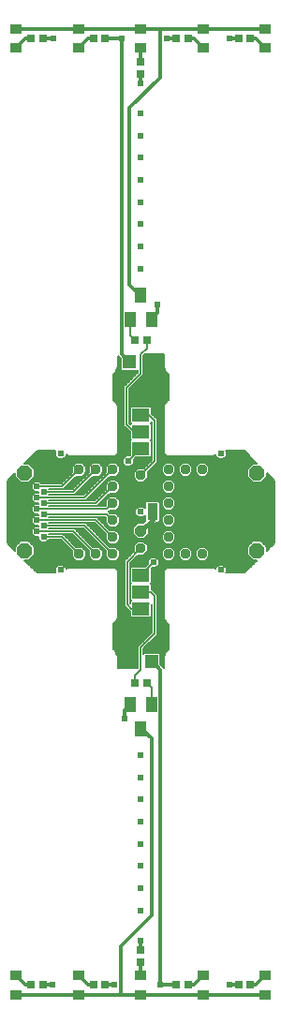
<source format=gtl>
G75*
%MOIN*%
%OFA0B0*%
%FSLAX24Y24*%
%IPPOS*%
%LPD*%
%AMOC8*
5,1,8,0,0,1.08239X$1,22.5*
%
%ADD10R,0.0270X0.0300*%
%ADD11R,0.0420X0.0350*%
%ADD12R,0.0394X0.0551*%
%ADD13R,0.0630X0.0591*%
%ADD14R,0.0472X0.0472*%
%ADD15R,0.0630X0.0460*%
%ADD16OC8,0.0337*%
%ADD17OC8,0.0531*%
%ADD18OC8,0.0416*%
%ADD19R,0.0380X0.0600*%
%ADD20R,0.0300X0.0270*%
%ADD21C,0.0240*%
%ADD22C,0.0120*%
%ADD23C,0.0160*%
%ADD24C,0.0050*%
%ADD25C,0.0100*%
D10*
X001342Y001208D03*
X001762Y001208D03*
X003557Y001208D03*
X003977Y001208D03*
X006509Y001208D03*
X006929Y001208D03*
X008724Y001208D03*
X009144Y001208D03*
X005453Y011936D03*
X005033Y011936D03*
X005033Y024141D03*
X005453Y024141D03*
X006509Y034869D03*
X006929Y034869D03*
X008724Y034869D03*
X009144Y034869D03*
X003977Y034869D03*
X003557Y034869D03*
X001762Y034869D03*
X001342Y034869D03*
D11*
X000814Y000860D03*
X000814Y001540D03*
X003029Y001540D03*
X003029Y000860D03*
X005243Y000860D03*
X005243Y001540D03*
X007458Y001540D03*
X007458Y000860D03*
X009672Y000860D03*
X009672Y001540D03*
X009672Y034537D03*
X009672Y035217D03*
X007458Y035217D03*
X007458Y034537D03*
X005243Y034537D03*
X005243Y035217D03*
X003029Y035217D03*
X003029Y034537D03*
X000814Y034537D03*
X000814Y035217D03*
D12*
X004869Y024889D03*
X005243Y025755D03*
X005617Y024889D03*
X005617Y011188D03*
X005243Y010322D03*
X004869Y011188D03*
D13*
X005243Y013983D03*
X005243Y022094D03*
D14*
X004849Y023373D03*
X005637Y023373D03*
X005637Y012704D03*
X004849Y012704D03*
D15*
X005243Y014584D03*
X005243Y015184D03*
X005243Y015784D03*
X005243Y020293D03*
X005243Y020893D03*
X005243Y021493D03*
D16*
X005243Y019338D03*
X005243Y016738D03*
X004249Y016538D03*
X004249Y017138D03*
X004249Y017738D03*
X004249Y018338D03*
X004249Y018938D03*
X004249Y019538D03*
X003649Y019538D03*
X003049Y019538D03*
X003049Y016538D03*
X003649Y016538D03*
X006237Y016538D03*
X006237Y017138D03*
X006237Y017738D03*
X006237Y018338D03*
X006237Y018938D03*
X006237Y019538D03*
X006837Y019538D03*
X007437Y019538D03*
X007437Y016538D03*
X006837Y016538D03*
D17*
X009377Y016660D03*
X009377Y019416D03*
X001109Y019416D03*
X001109Y016660D03*
D18*
X005243Y017351D03*
X005243Y018726D03*
D19*
X004833Y018038D03*
X005653Y018038D03*
D20*
X005243Y002451D03*
X005243Y002031D03*
X005243Y033626D03*
X005243Y034046D03*
D21*
X005243Y033294D03*
X005243Y032212D03*
X005243Y031424D03*
X005243Y030637D03*
X005243Y029849D03*
X005243Y029062D03*
X005243Y028275D03*
X005243Y027487D03*
X005243Y026700D03*
X005843Y025432D03*
X004790Y019840D03*
X005243Y018038D03*
X005696Y016237D03*
X004662Y010668D03*
X005243Y009377D03*
X005243Y008590D03*
X005243Y007802D03*
X005243Y007015D03*
X005243Y006227D03*
X005243Y005440D03*
X005243Y004653D03*
X005243Y003865D03*
X005243Y002782D03*
X005932Y001208D03*
X004308Y001208D03*
X002094Y001208D03*
X002389Y015971D03*
X002438Y016740D03*
X001796Y017138D03*
X001796Y017538D03*
X001795Y017940D03*
X001796Y018338D03*
X001796Y018738D03*
X001546Y018538D03*
X001546Y018138D03*
X001546Y017738D03*
X001546Y017338D03*
X001546Y018938D03*
X002389Y020105D03*
X002143Y034869D03*
X004554Y034869D03*
X006178Y034869D03*
X008393Y034869D03*
X008097Y020105D03*
X008738Y017134D03*
X008097Y015971D03*
X008393Y001208D03*
D22*
X008724Y001208D01*
X009144Y001208D02*
X009340Y001208D01*
X009672Y001540D01*
X009672Y000860D02*
X007458Y000860D01*
X005243Y000860D01*
X004543Y000860D01*
X003029Y000860D01*
X000814Y000860D01*
X001146Y001208D02*
X000814Y001540D01*
X001146Y001208D02*
X001342Y001208D01*
X001762Y001208D02*
X002094Y001208D01*
X003029Y001540D02*
X003361Y001208D01*
X003557Y001208D01*
X003977Y001208D02*
X004308Y001208D01*
X004543Y000860D02*
X004543Y002575D01*
X005637Y003668D01*
X005637Y009968D01*
X005243Y010361D01*
X004662Y010981D02*
X004869Y011188D01*
X004662Y010981D02*
X004662Y010668D01*
X005932Y012428D02*
X005656Y012704D01*
X005932Y012428D02*
X005932Y001208D01*
X006509Y001208D01*
X006929Y001208D02*
X007126Y001208D01*
X007458Y001540D01*
X005243Y001540D02*
X005243Y002031D01*
X005243Y002451D02*
X005243Y002782D01*
X004849Y023353D02*
X004554Y023649D01*
X004554Y034838D01*
X004554Y034869D02*
X003977Y034869D01*
X003557Y034869D02*
X003361Y034869D01*
X003029Y034537D01*
X003029Y035217D02*
X005243Y035217D01*
X005943Y035217D01*
X007458Y035217D01*
X009672Y035217D01*
X009340Y034869D02*
X009672Y034537D01*
X009340Y034869D02*
X009144Y034869D01*
X008724Y034869D02*
X008393Y034869D01*
X007458Y034537D02*
X007126Y034869D01*
X006929Y034869D01*
X006509Y034869D02*
X006178Y034869D01*
X005932Y035206D02*
X005932Y033491D01*
X004849Y032408D01*
X004849Y026109D01*
X005243Y025716D01*
X005843Y025115D02*
X005617Y024889D01*
X005843Y025115D02*
X005843Y025432D01*
X005243Y033294D02*
X005243Y033626D01*
X005243Y034046D02*
X005243Y034537D01*
X003029Y035217D02*
X000814Y035217D01*
X001146Y034869D02*
X000814Y034537D01*
X001146Y034869D02*
X001342Y034869D01*
X001762Y034869D02*
X002143Y034869D01*
D23*
X005243Y025755D02*
X005243Y025716D01*
X005243Y018726D02*
X005243Y018432D01*
X004849Y018038D01*
X005243Y017351D02*
X005653Y017761D01*
X005653Y018038D01*
X005243Y010361D02*
X005243Y010322D01*
D24*
X005617Y011188D02*
X005617Y011772D01*
X005453Y011936D01*
X005033Y012218D02*
X005243Y012428D01*
X005243Y013216D01*
X005735Y013708D01*
X005735Y015036D01*
X005588Y015184D01*
X005243Y015184D01*
X005243Y015784D02*
X005696Y016237D01*
X005891Y016244D02*
X009303Y016244D01*
X009255Y016195D02*
X005891Y016195D01*
X005891Y016156D02*
X005891Y016318D01*
X005777Y016432D01*
X005615Y016432D01*
X005501Y016318D01*
X005501Y016183D01*
X005407Y016089D01*
X004897Y016089D01*
X004853Y016045D01*
X004853Y015523D01*
X004892Y015484D01*
X004853Y015445D01*
X004853Y014923D01*
X004892Y014884D01*
X004853Y014845D01*
X004853Y014780D01*
X004851Y014783D01*
X004851Y016205D01*
X005142Y016496D01*
X005142Y016495D01*
X005344Y016495D01*
X005487Y016638D01*
X005487Y016839D01*
X005344Y016982D01*
X005142Y016982D01*
X005000Y016839D01*
X005000Y016638D01*
X005000Y016637D01*
X004710Y016346D01*
X004651Y016288D01*
X004651Y014700D01*
X004799Y014552D01*
X004853Y014498D01*
X004434Y014498D01*
X004434Y014546D02*
X004804Y014546D01*
X004756Y014595D02*
X004434Y014595D01*
X004434Y014643D02*
X004707Y014643D01*
X004659Y014692D02*
X004434Y014692D01*
X004434Y014740D02*
X004651Y014740D01*
X004651Y014789D02*
X004434Y014789D01*
X004434Y014837D02*
X004651Y014837D01*
X004651Y014886D02*
X004434Y014886D01*
X004434Y014934D02*
X004651Y014934D01*
X004651Y014983D02*
X004434Y014983D01*
X004434Y015031D02*
X004651Y015031D01*
X004651Y015080D02*
X004434Y015080D01*
X004434Y015128D02*
X004651Y015128D01*
X004651Y015177D02*
X004434Y015177D01*
X004434Y015225D02*
X004651Y015225D01*
X004651Y015274D02*
X004434Y015274D01*
X004434Y015322D02*
X004651Y015322D01*
X004651Y015371D02*
X004434Y015371D01*
X004434Y015419D02*
X004651Y015419D01*
X004651Y015468D02*
X004434Y015468D01*
X004434Y015516D02*
X004651Y015516D01*
X004651Y015565D02*
X004434Y015565D01*
X004434Y015613D02*
X004651Y015613D01*
X004651Y015662D02*
X004434Y015662D01*
X004434Y015710D02*
X004651Y015710D01*
X004651Y015759D02*
X004434Y015759D01*
X004434Y015807D02*
X004651Y015807D01*
X004651Y015856D02*
X004434Y015856D01*
X004434Y015904D02*
X004651Y015904D01*
X004651Y015953D02*
X004426Y015953D01*
X004434Y015946D02*
X004331Y016048D01*
X002653Y016048D01*
X002584Y016002D01*
X002584Y016052D01*
X002470Y016166D01*
X002308Y016166D01*
X002194Y016052D01*
X002194Y015891D01*
X002211Y015873D01*
X001554Y015873D01*
X001107Y016320D01*
X001250Y016320D01*
X001450Y016519D01*
X001450Y016802D01*
X001250Y017001D01*
X000968Y017001D01*
X000769Y016802D01*
X000769Y016658D01*
X000561Y016866D01*
X000534Y016899D01*
X000501Y016978D01*
X000497Y017020D01*
X001639Y017020D01*
X001601Y017058D02*
X001715Y016943D01*
X001877Y016943D01*
X001972Y017038D01*
X002408Y017038D01*
X002807Y016640D01*
X002806Y016639D01*
X002806Y016438D01*
X001369Y016438D01*
X001417Y016486D02*
X002806Y016486D01*
X002806Y016438D02*
X002949Y016295D01*
X003150Y016295D01*
X003293Y016438D01*
X003406Y016438D01*
X003549Y016295D01*
X003750Y016295D01*
X003893Y016438D01*
X004006Y016438D01*
X004149Y016295D01*
X004350Y016295D01*
X004493Y016438D01*
X004801Y016438D01*
X004753Y016389D02*
X004445Y016389D01*
X004493Y016438D02*
X004493Y016639D01*
X004350Y016782D01*
X004149Y016782D01*
X004148Y016781D01*
X003291Y017638D01*
X001972Y017638D01*
X001972Y017638D01*
X003608Y017638D01*
X004007Y017240D01*
X004006Y017239D01*
X004006Y017038D01*
X004149Y016895D01*
X004350Y016895D01*
X004493Y017038D01*
X004493Y017239D01*
X004350Y017382D01*
X004149Y017382D01*
X004148Y017381D01*
X003691Y017838D01*
X001969Y017838D01*
X001970Y017840D01*
X004006Y017840D01*
X004007Y017840D01*
X004006Y017839D01*
X004006Y017638D01*
X004149Y017495D01*
X004350Y017495D01*
X004493Y017638D01*
X004493Y017839D01*
X004350Y017982D01*
X004149Y017982D01*
X004148Y017981D01*
X004091Y018038D01*
X005048Y018038D01*
X005048Y017990D02*
X004139Y017990D01*
X004091Y018038D02*
X004148Y018096D01*
X004149Y018095D01*
X004350Y018095D01*
X004493Y018238D01*
X004493Y018439D01*
X004350Y018582D01*
X004149Y018582D01*
X004006Y018439D01*
X004006Y018238D01*
X001972Y018238D01*
X001972Y018238D01*
X003691Y018238D01*
X004148Y018696D01*
X004149Y018695D01*
X004350Y018695D01*
X004493Y018838D01*
X004493Y019039D01*
X004350Y019182D01*
X004149Y019182D01*
X004006Y019039D01*
X004006Y018838D01*
X004007Y018837D01*
X003608Y018438D01*
X001972Y018438D01*
X001972Y018438D01*
X003291Y018438D01*
X004148Y019296D01*
X004149Y019295D01*
X004350Y019295D01*
X004493Y019438D01*
X004493Y019639D01*
X005402Y019639D01*
X005354Y019590D02*
X004493Y019590D01*
X004493Y019542D02*
X005102Y019542D01*
X005142Y019582D02*
X005000Y019439D01*
X005000Y019238D01*
X005142Y019095D01*
X005344Y019095D01*
X005487Y019238D01*
X005487Y019439D01*
X005486Y019440D01*
X005785Y019738D01*
X005843Y019797D01*
X005843Y021330D01*
X005785Y021388D01*
X005643Y021530D01*
X005633Y021540D01*
X005633Y021754D01*
X005589Y021798D01*
X004897Y021798D01*
X004853Y021754D01*
X004853Y021232D01*
X004892Y021193D01*
X004861Y021162D01*
X004843Y021180D01*
X004843Y022418D01*
X005343Y022918D01*
X005343Y023607D01*
X005389Y023653D01*
X006052Y023653D01*
X006052Y023206D01*
X006139Y022997D01*
X006168Y022969D01*
X006219Y022917D01*
X006227Y022909D01*
X006227Y022018D01*
X006178Y021997D01*
X006052Y021810D01*
X006052Y020131D01*
X006155Y020029D01*
X007833Y020029D01*
X007902Y020075D01*
X007902Y020025D01*
X008017Y019910D01*
X008178Y019910D01*
X008292Y020025D01*
X008292Y020186D01*
X008275Y020204D01*
X008933Y020204D01*
X009379Y019757D01*
X009236Y019757D01*
X009036Y019557D01*
X009036Y019275D01*
X009236Y019076D01*
X009518Y019076D01*
X009718Y019275D01*
X009718Y019419D01*
X009925Y019211D01*
X009953Y019178D01*
X009985Y019099D01*
X009989Y019056D01*
X009989Y017020D01*
X006463Y017020D01*
X006480Y017038D02*
X006338Y016895D01*
X006136Y016895D01*
X005993Y017038D01*
X005993Y017239D01*
X006136Y017382D01*
X006338Y017382D01*
X006480Y017239D01*
X006480Y017038D01*
X006480Y017068D02*
X009989Y017068D01*
X009989Y017020D02*
X009985Y016978D01*
X009953Y016899D01*
X009925Y016866D01*
X009874Y016814D01*
X009718Y016658D01*
X009718Y016802D01*
X009518Y017001D01*
X009236Y017001D01*
X009036Y016802D01*
X009036Y016519D01*
X009236Y016320D01*
X009379Y016320D01*
X008933Y015873D01*
X008275Y015873D01*
X008292Y015891D01*
X008292Y016052D01*
X008178Y016166D01*
X008017Y016166D01*
X007902Y016052D01*
X007902Y016002D01*
X007833Y016048D01*
X006155Y016048D01*
X006052Y015946D01*
X006052Y014267D01*
X006178Y014079D01*
X006227Y014059D01*
X006227Y013168D01*
X006219Y013159D01*
X006139Y013079D01*
X006052Y012870D01*
X006052Y012499D01*
X005988Y012563D01*
X005948Y012603D01*
X005948Y012971D01*
X005904Y013015D01*
X005370Y013015D01*
X005343Y012989D01*
X005343Y013174D01*
X005835Y013666D01*
X005835Y015078D01*
X005777Y015136D01*
X005633Y015280D01*
X005633Y015445D01*
X005594Y015484D01*
X005633Y015523D01*
X005633Y016033D01*
X005642Y016042D01*
X005777Y016042D01*
X005891Y016156D01*
X005882Y016147D02*
X007997Y016147D01*
X007949Y016098D02*
X005833Y016098D01*
X005785Y016050D02*
X007902Y016050D01*
X008198Y016147D02*
X009206Y016147D01*
X009158Y016098D02*
X008246Y016098D01*
X008292Y016050D02*
X009109Y016050D01*
X009061Y016001D02*
X008292Y016001D01*
X008292Y015953D02*
X009012Y015953D01*
X008964Y015904D02*
X008292Y015904D01*
X007680Y016438D02*
X007538Y016295D01*
X007336Y016295D01*
X007193Y016438D01*
X007080Y016438D01*
X006938Y016295D01*
X006736Y016295D01*
X006593Y016438D01*
X006480Y016438D01*
X006338Y016295D01*
X006136Y016295D01*
X005993Y016438D01*
X005084Y016438D01*
X005133Y016486D02*
X005993Y016486D01*
X005993Y016438D02*
X005993Y016639D01*
X006136Y016782D01*
X006338Y016782D01*
X006480Y016639D01*
X006480Y016438D01*
X006480Y016486D02*
X006593Y016486D01*
X006593Y016438D02*
X006593Y016639D01*
X006736Y016782D01*
X006938Y016782D01*
X007080Y016639D01*
X007080Y016438D01*
X007080Y016486D02*
X007193Y016486D01*
X007193Y016438D02*
X007193Y016639D01*
X007336Y016782D01*
X007538Y016782D01*
X007680Y016639D01*
X007680Y016438D01*
X009118Y016438D01*
X009166Y016389D02*
X007632Y016389D01*
X007584Y016341D02*
X009215Y016341D01*
X009352Y016292D02*
X005891Y016292D01*
X005868Y016341D02*
X006090Y016341D01*
X006042Y016389D02*
X005819Y016389D01*
X005993Y016535D02*
X005384Y016535D01*
X005432Y016583D02*
X005993Y016583D01*
X005993Y016632D02*
X005481Y016632D01*
X005487Y016680D02*
X006035Y016680D01*
X006083Y016729D02*
X005487Y016729D01*
X005487Y016777D02*
X006132Y016777D01*
X006108Y016923D02*
X005403Y016923D01*
X005451Y016874D02*
X009109Y016874D01*
X009061Y016826D02*
X005487Y016826D01*
X005360Y017068D02*
X005526Y017234D01*
X005526Y017415D01*
X005775Y017663D01*
X005874Y017663D01*
X005918Y017707D01*
X005918Y018369D01*
X005874Y018413D01*
X005432Y018413D01*
X005388Y018369D01*
X005388Y018169D01*
X005324Y018233D01*
X005162Y018233D01*
X005048Y018119D01*
X005048Y017958D01*
X005162Y017843D01*
X005324Y017843D01*
X005388Y017908D01*
X005388Y017715D01*
X005307Y017634D01*
X005126Y017634D01*
X004960Y017468D01*
X004960Y017234D01*
X005126Y017068D01*
X005360Y017068D01*
X005993Y017068D01*
X005993Y017117D02*
X005409Y017117D01*
X005457Y017165D02*
X005993Y017165D01*
X005993Y017214D02*
X005506Y017214D01*
X005526Y017262D02*
X006017Y017262D01*
X006065Y017311D02*
X005526Y017311D01*
X005526Y017359D02*
X006114Y017359D01*
X006136Y017495D02*
X006338Y017495D01*
X006480Y017638D01*
X006480Y017839D01*
X006338Y017982D01*
X006136Y017982D01*
X005993Y017839D01*
X005993Y017638D01*
X006136Y017495D01*
X006126Y017505D02*
X005616Y017505D01*
X005568Y017456D02*
X009989Y017456D01*
X009989Y017408D02*
X005526Y017408D01*
X005665Y017553D02*
X006078Y017553D01*
X006029Y017602D02*
X005713Y017602D01*
X005762Y017650D02*
X005993Y017650D01*
X005993Y017699D02*
X005910Y017699D01*
X005918Y017747D02*
X005993Y017747D01*
X005993Y017796D02*
X005918Y017796D01*
X005918Y017844D02*
X005999Y017844D01*
X006047Y017893D02*
X005918Y017893D01*
X005918Y017941D02*
X006096Y017941D01*
X006136Y018095D02*
X005993Y018238D01*
X005993Y018439D01*
X006136Y018582D01*
X006338Y018582D01*
X006480Y018439D01*
X006480Y018238D01*
X006338Y018095D01*
X006136Y018095D01*
X006096Y018135D02*
X005918Y018135D01*
X005918Y018087D02*
X009989Y018087D01*
X009989Y018135D02*
X006378Y018135D01*
X006427Y018184D02*
X009989Y018184D01*
X009989Y018232D02*
X006475Y018232D01*
X006480Y018281D02*
X009989Y018281D01*
X009989Y018329D02*
X006480Y018329D01*
X006480Y018378D02*
X009989Y018378D01*
X009989Y018426D02*
X006480Y018426D01*
X006445Y018475D02*
X009989Y018475D01*
X009989Y018523D02*
X006396Y018523D01*
X006348Y018572D02*
X009989Y018572D01*
X009989Y018620D02*
X004073Y018620D01*
X004024Y018572D02*
X004139Y018572D01*
X004090Y018523D02*
X003976Y018523D01*
X003927Y018475D02*
X004042Y018475D01*
X004006Y018426D02*
X003879Y018426D01*
X003830Y018378D02*
X004006Y018378D01*
X004006Y018329D02*
X003782Y018329D01*
X003733Y018281D02*
X004006Y018281D01*
X004049Y018138D02*
X004249Y018338D01*
X004409Y018523D02*
X006078Y018523D01*
X006126Y018572D02*
X004360Y018572D01*
X004457Y018475D02*
X006029Y018475D01*
X005993Y018426D02*
X004493Y018426D01*
X004493Y018378D02*
X005397Y018378D01*
X005388Y018329D02*
X004493Y018329D01*
X004493Y018281D02*
X005388Y018281D01*
X005388Y018232D02*
X005325Y018232D01*
X005373Y018184D02*
X005388Y018184D01*
X005373Y017893D02*
X005388Y017893D01*
X005388Y017844D02*
X005325Y017844D01*
X005388Y017796D02*
X004493Y017796D01*
X004493Y017747D02*
X005388Y017747D01*
X005372Y017699D02*
X004493Y017699D01*
X004493Y017650D02*
X005323Y017650D01*
X005354Y016971D02*
X006060Y016971D01*
X006011Y017020D02*
X004475Y017020D01*
X004493Y017068D02*
X005126Y017068D01*
X005077Y017117D02*
X004493Y017117D01*
X004493Y017165D02*
X005029Y017165D01*
X004980Y017214D02*
X004493Y017214D01*
X004470Y017262D02*
X004960Y017262D01*
X004960Y017311D02*
X004421Y017311D01*
X004373Y017359D02*
X004960Y017359D01*
X004960Y017408D02*
X004121Y017408D01*
X004073Y017456D02*
X004960Y017456D01*
X004997Y017505D02*
X004360Y017505D01*
X004409Y017553D02*
X005046Y017553D01*
X005094Y017602D02*
X004457Y017602D01*
X004488Y017844D02*
X005161Y017844D01*
X005113Y017893D02*
X004439Y017893D01*
X004391Y017941D02*
X005064Y017941D01*
X005048Y018087D02*
X004139Y018087D01*
X004091Y018038D02*
X004091Y018038D01*
X004048Y017940D02*
X004249Y017738D01*
X004139Y017505D02*
X004024Y017505D01*
X003976Y017553D02*
X004090Y017553D01*
X004042Y017602D02*
X003927Y017602D01*
X003879Y017650D02*
X004006Y017650D01*
X004006Y017699D02*
X003830Y017699D01*
X003782Y017747D02*
X004006Y017747D01*
X004006Y017796D02*
X003733Y017796D01*
X003649Y017738D02*
X004249Y017138D01*
X004121Y016923D02*
X004006Y016923D01*
X003958Y016971D02*
X004072Y016971D01*
X004024Y017020D02*
X003909Y017020D01*
X003861Y017068D02*
X004006Y017068D01*
X004006Y017117D02*
X003812Y017117D01*
X003764Y017165D02*
X004006Y017165D01*
X004006Y017214D02*
X003715Y017214D01*
X003667Y017262D02*
X003984Y017262D01*
X003935Y017311D02*
X003618Y017311D01*
X003570Y017359D02*
X003887Y017359D01*
X003838Y017408D02*
X003521Y017408D01*
X003473Y017456D02*
X003790Y017456D01*
X003741Y017505D02*
X003424Y017505D01*
X003376Y017553D02*
X003693Y017553D01*
X003644Y017602D02*
X003327Y017602D01*
X003249Y017538D02*
X004249Y016538D01*
X004403Y016729D02*
X005000Y016729D01*
X005000Y016777D02*
X004355Y016777D01*
X004452Y016680D02*
X005000Y016680D01*
X004995Y016632D02*
X004493Y016632D01*
X004493Y016583D02*
X004947Y016583D01*
X004898Y016535D02*
X004493Y016535D01*
X004493Y016486D02*
X004850Y016486D01*
X004987Y016341D02*
X005524Y016341D01*
X005501Y016292D02*
X004939Y016292D01*
X004890Y016244D02*
X005501Y016244D01*
X005501Y016195D02*
X004851Y016195D01*
X004851Y016147D02*
X005465Y016147D01*
X005416Y016098D02*
X004851Y016098D01*
X004851Y016050D02*
X004858Y016050D01*
X004851Y016001D02*
X004853Y016001D01*
X004851Y015953D02*
X004853Y015953D01*
X004851Y015904D02*
X004853Y015904D01*
X004851Y015856D02*
X004853Y015856D01*
X004851Y015807D02*
X004853Y015807D01*
X004851Y015759D02*
X004853Y015759D01*
X004851Y015710D02*
X004853Y015710D01*
X004851Y015662D02*
X004853Y015662D01*
X004851Y015613D02*
X004853Y015613D01*
X004851Y015565D02*
X004853Y015565D01*
X004851Y015516D02*
X004860Y015516D01*
X004851Y015468D02*
X004876Y015468D01*
X004853Y015419D02*
X004851Y015419D01*
X004851Y015371D02*
X004853Y015371D01*
X004851Y015322D02*
X004853Y015322D01*
X004851Y015274D02*
X004853Y015274D01*
X004851Y015225D02*
X004853Y015225D01*
X004851Y015177D02*
X004853Y015177D01*
X004851Y015128D02*
X004853Y015128D01*
X004851Y015080D02*
X004853Y015080D01*
X004851Y015031D02*
X004853Y015031D01*
X004851Y014983D02*
X004853Y014983D01*
X004851Y014934D02*
X004853Y014934D01*
X004851Y014886D02*
X004890Y014886D01*
X004853Y014837D02*
X004851Y014837D01*
X004851Y014789D02*
X004853Y014789D01*
X004751Y014741D02*
X004899Y014594D01*
X005234Y014594D01*
X005243Y014584D01*
X005542Y014790D01*
X005243Y014790D01*
X004853Y014498D02*
X004853Y014323D01*
X004897Y014279D01*
X005589Y014279D01*
X005633Y014323D01*
X005633Y014731D01*
X005633Y014732D01*
X005635Y014742D01*
X005635Y013749D01*
X005143Y013257D01*
X005143Y012473D01*
X004434Y012473D01*
X004434Y012870D01*
X004347Y013079D01*
X004347Y013079D01*
X004319Y013108D01*
X004267Y013159D01*
X004259Y013168D01*
X004259Y014059D01*
X004309Y014079D01*
X004434Y014267D01*
X004434Y015946D01*
X004378Y016001D02*
X004651Y016001D01*
X004651Y016050D02*
X002584Y016050D01*
X002538Y016098D02*
X004651Y016098D01*
X004651Y016147D02*
X002489Y016147D01*
X002288Y016147D02*
X001280Y016147D01*
X001328Y016098D02*
X002240Y016098D01*
X002194Y016050D02*
X001377Y016050D01*
X001425Y016001D02*
X002194Y016001D01*
X002194Y015953D02*
X001474Y015953D01*
X001522Y015904D02*
X002194Y015904D01*
X003049Y016538D02*
X002449Y017138D01*
X001796Y017138D01*
X001954Y017020D02*
X002426Y017020D01*
X002475Y016971D02*
X001905Y016971D01*
X001972Y017238D02*
X002808Y017238D01*
X003407Y016640D01*
X003406Y016639D01*
X003406Y016438D01*
X003406Y016486D02*
X003293Y016486D01*
X003293Y016438D02*
X003293Y016639D01*
X003150Y016782D01*
X002949Y016782D01*
X002948Y016781D01*
X002491Y017238D01*
X001972Y017238D01*
X001972Y017238D01*
X001972Y017438D02*
X001972Y017438D01*
X002891Y017438D01*
X003548Y016781D01*
X003549Y016782D01*
X003750Y016782D01*
X003893Y016639D01*
X003893Y016438D01*
X003893Y016486D02*
X004006Y016486D01*
X004006Y016438D02*
X004006Y016639D01*
X004007Y016640D01*
X003208Y017438D01*
X001972Y017438D01*
X001796Y017538D02*
X003249Y017538D01*
X003238Y017408D02*
X002921Y017408D01*
X002970Y017359D02*
X003287Y017359D01*
X003335Y017311D02*
X003018Y017311D01*
X003067Y017262D02*
X003384Y017262D01*
X003432Y017214D02*
X003115Y017214D01*
X003164Y017165D02*
X003481Y017165D01*
X003529Y017117D02*
X003212Y017117D01*
X003261Y017068D02*
X003578Y017068D01*
X003626Y017020D02*
X003309Y017020D01*
X003358Y016971D02*
X003675Y016971D01*
X003723Y016923D02*
X003406Y016923D01*
X003455Y016874D02*
X003772Y016874D01*
X003820Y016826D02*
X003503Y016826D01*
X003406Y016632D02*
X003293Y016632D01*
X003293Y016583D02*
X003406Y016583D01*
X003406Y016535D02*
X003293Y016535D01*
X003252Y016680D02*
X003366Y016680D01*
X003317Y016729D02*
X003203Y016729D01*
X003155Y016777D02*
X003269Y016777D01*
X003220Y016826D02*
X002903Y016826D01*
X002855Y016874D02*
X003172Y016874D01*
X003123Y016923D02*
X002806Y016923D01*
X002758Y016971D02*
X003075Y016971D01*
X003026Y017020D02*
X002709Y017020D01*
X002661Y017068D02*
X002978Y017068D01*
X002929Y017117D02*
X002612Y017117D01*
X002564Y017165D02*
X002881Y017165D01*
X002832Y017214D02*
X002515Y017214D01*
X002523Y016923D02*
X001329Y016923D01*
X001377Y016874D02*
X002572Y016874D01*
X002620Y016826D02*
X001426Y016826D01*
X001450Y016777D02*
X002669Y016777D01*
X002717Y016729D02*
X001450Y016729D01*
X001450Y016680D02*
X002766Y016680D01*
X002806Y016632D02*
X001450Y016632D01*
X001450Y016583D02*
X002806Y016583D01*
X002806Y016535D02*
X001450Y016535D01*
X001320Y016389D02*
X002854Y016389D01*
X002903Y016341D02*
X001272Y016341D01*
X001183Y016244D02*
X004651Y016244D01*
X004656Y016292D02*
X001134Y016292D01*
X001231Y016195D02*
X004651Y016195D01*
X004751Y016246D02*
X004751Y014741D01*
X004853Y014449D02*
X004434Y014449D01*
X004434Y014401D02*
X004853Y014401D01*
X004853Y014352D02*
X004434Y014352D01*
X004434Y014304D02*
X004872Y014304D01*
X005220Y013334D02*
X004259Y013334D01*
X004259Y013382D02*
X005269Y013382D01*
X005317Y013431D02*
X004259Y013431D01*
X004259Y013479D02*
X005366Y013479D01*
X005414Y013528D02*
X004259Y013528D01*
X004259Y013576D02*
X005463Y013576D01*
X005511Y013625D02*
X004259Y013625D01*
X004259Y013673D02*
X005560Y013673D01*
X005608Y013722D02*
X004259Y013722D01*
X004259Y013770D02*
X005635Y013770D01*
X005635Y013819D02*
X004259Y013819D01*
X004259Y013867D02*
X005635Y013867D01*
X005635Y013916D02*
X004259Y013916D01*
X004259Y013964D02*
X005635Y013964D01*
X005635Y014013D02*
X004259Y014013D01*
X004265Y014061D02*
X005635Y014061D01*
X005635Y014110D02*
X004329Y014110D01*
X004309Y014079D02*
X004309Y014079D01*
X004361Y014158D02*
X005635Y014158D01*
X005635Y014207D02*
X004394Y014207D01*
X004426Y014255D02*
X005635Y014255D01*
X005635Y014304D02*
X005614Y014304D01*
X005633Y014352D02*
X005635Y014352D01*
X005633Y014401D02*
X005635Y014401D01*
X005633Y014449D02*
X005635Y014449D01*
X005633Y014498D02*
X005635Y014498D01*
X005633Y014546D02*
X005635Y014546D01*
X005633Y014595D02*
X005635Y014595D01*
X005633Y014643D02*
X005635Y014643D01*
X005633Y014692D02*
X005635Y014692D01*
X005635Y014740D02*
X005635Y014740D01*
X005635Y014742D02*
X005635Y014742D01*
X005785Y015128D02*
X006052Y015128D01*
X006052Y015080D02*
X005833Y015080D01*
X005835Y015031D02*
X006052Y015031D01*
X006052Y014983D02*
X005835Y014983D01*
X005835Y014934D02*
X006052Y014934D01*
X006052Y014886D02*
X005835Y014886D01*
X005835Y014837D02*
X006052Y014837D01*
X006052Y014789D02*
X005835Y014789D01*
X005835Y014740D02*
X006052Y014740D01*
X006052Y014692D02*
X005835Y014692D01*
X005835Y014643D02*
X006052Y014643D01*
X006052Y014595D02*
X005835Y014595D01*
X005835Y014546D02*
X006052Y014546D01*
X006052Y014498D02*
X005835Y014498D01*
X005835Y014449D02*
X006052Y014449D01*
X006052Y014401D02*
X005835Y014401D01*
X005835Y014352D02*
X006052Y014352D01*
X006052Y014304D02*
X005835Y014304D01*
X005835Y014255D02*
X006060Y014255D01*
X006093Y014207D02*
X005835Y014207D01*
X005835Y014158D02*
X006125Y014158D01*
X006157Y014110D02*
X005835Y014110D01*
X005835Y014061D02*
X006221Y014061D01*
X006178Y014079D02*
X006178Y014079D01*
X006178Y014079D01*
X006227Y014013D02*
X005835Y014013D01*
X005835Y013964D02*
X006227Y013964D01*
X006227Y013916D02*
X005835Y013916D01*
X005835Y013867D02*
X006227Y013867D01*
X006227Y013819D02*
X005835Y013819D01*
X005835Y013770D02*
X006227Y013770D01*
X006227Y013722D02*
X005835Y013722D01*
X005835Y013673D02*
X006227Y013673D01*
X006227Y013625D02*
X005794Y013625D01*
X005745Y013576D02*
X006227Y013576D01*
X006227Y013528D02*
X005697Y013528D01*
X005648Y013479D02*
X006227Y013479D01*
X006227Y013431D02*
X005600Y013431D01*
X005551Y013382D02*
X006227Y013382D01*
X006227Y013334D02*
X005503Y013334D01*
X005454Y013285D02*
X006227Y013285D01*
X006227Y013237D02*
X005406Y013237D01*
X005357Y013188D02*
X006227Y013188D01*
X006199Y013140D02*
X005343Y013140D01*
X005343Y013091D02*
X006151Y013091D01*
X006139Y013079D02*
X006139Y013079D01*
X006124Y013043D02*
X005343Y013043D01*
X005343Y012994D02*
X005349Y012994D01*
X005171Y013285D02*
X004259Y013285D01*
X004259Y013237D02*
X005143Y013237D01*
X005143Y013188D02*
X004259Y013188D01*
X004287Y013140D02*
X005143Y013140D01*
X005143Y013091D02*
X004335Y013091D01*
X004362Y013043D02*
X005143Y013043D01*
X005143Y012994D02*
X004382Y012994D01*
X004403Y012946D02*
X005143Y012946D01*
X005143Y012897D02*
X004423Y012897D01*
X004434Y012849D02*
X005143Y012849D01*
X005143Y012800D02*
X004434Y012800D01*
X004434Y012752D02*
X005143Y012752D01*
X005143Y012703D02*
X004434Y012703D01*
X004434Y012655D02*
X005143Y012655D01*
X005143Y012606D02*
X004434Y012606D01*
X004434Y012558D02*
X005143Y012558D01*
X005143Y012509D02*
X004434Y012509D01*
X005033Y012218D02*
X005033Y011936D01*
X005948Y012606D02*
X006052Y012606D01*
X006052Y012558D02*
X005993Y012558D01*
X006042Y012509D02*
X006052Y012509D01*
X006052Y012655D02*
X005948Y012655D01*
X005948Y012703D02*
X006052Y012703D01*
X006052Y012752D02*
X005948Y012752D01*
X005948Y012800D02*
X006052Y012800D01*
X006052Y012849D02*
X005948Y012849D01*
X005948Y012897D02*
X006064Y012897D01*
X006084Y012946D02*
X005948Y012946D01*
X005925Y012994D02*
X006104Y012994D01*
X006052Y015177D02*
X005736Y015177D01*
X005688Y015225D02*
X006052Y015225D01*
X006052Y015274D02*
X005639Y015274D01*
X005633Y015322D02*
X006052Y015322D01*
X006052Y015371D02*
X005633Y015371D01*
X005633Y015419D02*
X006052Y015419D01*
X006052Y015468D02*
X005610Y015468D01*
X005626Y015516D02*
X006052Y015516D01*
X006052Y015565D02*
X005633Y015565D01*
X005633Y015613D02*
X006052Y015613D01*
X006052Y015662D02*
X005633Y015662D01*
X005633Y015710D02*
X006052Y015710D01*
X006052Y015759D02*
X005633Y015759D01*
X005633Y015807D02*
X006052Y015807D01*
X006052Y015856D02*
X005633Y015856D01*
X005633Y015904D02*
X006052Y015904D01*
X006060Y015953D02*
X005633Y015953D01*
X005633Y016001D02*
X006108Y016001D01*
X006384Y016341D02*
X006690Y016341D01*
X006642Y016389D02*
X006432Y016389D01*
X006480Y016535D02*
X006593Y016535D01*
X006593Y016583D02*
X006480Y016583D01*
X006480Y016632D02*
X006593Y016632D01*
X006635Y016680D02*
X006439Y016680D01*
X006391Y016729D02*
X006683Y016729D01*
X006732Y016777D02*
X006342Y016777D01*
X006366Y016923D02*
X009158Y016923D01*
X009206Y016971D02*
X006414Y016971D01*
X006480Y017117D02*
X009989Y017117D01*
X009989Y017165D02*
X006480Y017165D01*
X006480Y017214D02*
X009989Y017214D01*
X009989Y017262D02*
X006457Y017262D01*
X006409Y017311D02*
X009989Y017311D01*
X009989Y017359D02*
X006360Y017359D01*
X006348Y017505D02*
X009989Y017505D01*
X009989Y017553D02*
X006396Y017553D01*
X006445Y017602D02*
X009989Y017602D01*
X009989Y017650D02*
X006480Y017650D01*
X006480Y017699D02*
X009989Y017699D01*
X009989Y017747D02*
X006480Y017747D01*
X006480Y017796D02*
X009989Y017796D01*
X009989Y017844D02*
X006475Y017844D01*
X006427Y017893D02*
X009989Y017893D01*
X009989Y017941D02*
X006378Y017941D01*
X006338Y018695D02*
X006136Y018695D01*
X005993Y018838D01*
X005993Y019039D01*
X006136Y019182D01*
X006338Y019182D01*
X006480Y019039D01*
X006480Y018838D01*
X006338Y018695D01*
X006360Y018717D02*
X009989Y018717D01*
X009989Y018669D02*
X004121Y018669D01*
X004006Y018863D02*
X003715Y018863D01*
X003667Y018814D02*
X003984Y018814D01*
X003935Y018766D02*
X003618Y018766D01*
X003570Y018717D02*
X003887Y018717D01*
X003838Y018669D02*
X003521Y018669D01*
X003473Y018620D02*
X003790Y018620D01*
X003741Y018572D02*
X003424Y018572D01*
X003376Y018523D02*
X003693Y018523D01*
X003644Y018475D02*
X003327Y018475D01*
X003249Y018538D02*
X004249Y019538D01*
X004403Y019348D02*
X005000Y019348D01*
X005000Y019396D02*
X004452Y019396D01*
X004493Y019445D02*
X005005Y019445D01*
X005054Y019493D02*
X004493Y019493D01*
X004493Y019639D02*
X004350Y019782D01*
X004149Y019782D01*
X004006Y019639D01*
X003893Y019639D01*
X003750Y019782D01*
X003549Y019782D01*
X003406Y019639D01*
X003293Y019639D01*
X003150Y019782D01*
X002949Y019782D01*
X002806Y019639D01*
X001369Y019639D01*
X001417Y019590D02*
X002806Y019590D01*
X002806Y019542D02*
X001450Y019542D01*
X001450Y019557D02*
X001250Y019757D01*
X001107Y019757D01*
X001554Y020204D01*
X002211Y020204D01*
X002194Y020186D01*
X002194Y020025D01*
X002308Y019910D01*
X002470Y019910D01*
X002584Y020025D01*
X002584Y020075D01*
X002653Y020029D01*
X004331Y020029D01*
X004434Y020131D01*
X004434Y021810D01*
X004309Y021997D01*
X004309Y021997D01*
X004259Y022018D01*
X004259Y022909D01*
X004267Y022917D01*
X004347Y022997D01*
X004347Y022997D01*
X004434Y023206D01*
X004434Y023578D01*
X004498Y023514D01*
X004538Y023474D01*
X004538Y023106D01*
X004582Y023062D01*
X005117Y023062D01*
X005143Y023088D01*
X005143Y023001D01*
X004643Y022501D01*
X004643Y021097D01*
X004702Y021038D01*
X004853Y020887D01*
X004853Y020632D01*
X004892Y020593D01*
X004853Y020554D01*
X004853Y020044D01*
X004844Y020035D01*
X004710Y020035D01*
X004595Y019921D01*
X004595Y019759D01*
X004710Y019645D01*
X004871Y019645D01*
X004985Y019759D01*
X004985Y019894D01*
X005080Y019988D01*
X005589Y019988D01*
X005633Y020032D01*
X005633Y020554D01*
X005594Y020593D01*
X005633Y020632D01*
X005633Y021154D01*
X005594Y021193D01*
X005633Y021232D01*
X005633Y021257D01*
X005643Y021247D01*
X005643Y019880D01*
X005345Y019581D01*
X005344Y019582D01*
X005142Y019582D01*
X004962Y019736D02*
X005499Y019736D01*
X005451Y019687D02*
X004914Y019687D01*
X004985Y019784D02*
X005548Y019784D01*
X005596Y019833D02*
X004985Y019833D01*
X004985Y019881D02*
X005643Y019881D01*
X005643Y019930D02*
X005022Y019930D01*
X005070Y019978D02*
X005643Y019978D01*
X005643Y020027D02*
X005628Y020027D01*
X005633Y020075D02*
X005643Y020075D01*
X005643Y020124D02*
X005633Y020124D01*
X005633Y020172D02*
X005643Y020172D01*
X005643Y020221D02*
X005633Y020221D01*
X005633Y020269D02*
X005643Y020269D01*
X005643Y020318D02*
X005633Y020318D01*
X005633Y020366D02*
X005643Y020366D01*
X005643Y020415D02*
X005633Y020415D01*
X005633Y020463D02*
X005643Y020463D01*
X005643Y020512D02*
X005633Y020512D01*
X005626Y020560D02*
X005643Y020560D01*
X005643Y020609D02*
X005610Y020609D01*
X005633Y020657D02*
X005643Y020657D01*
X005643Y020706D02*
X005633Y020706D01*
X005633Y020754D02*
X005643Y020754D01*
X005643Y020803D02*
X005633Y020803D01*
X005633Y020851D02*
X005643Y020851D01*
X005643Y020900D02*
X005633Y020900D01*
X005633Y020948D02*
X005643Y020948D01*
X005643Y020997D02*
X005633Y020997D01*
X005633Y021045D02*
X005643Y021045D01*
X005643Y021094D02*
X005633Y021094D01*
X005633Y021142D02*
X005643Y021142D01*
X005643Y021191D02*
X005596Y021191D01*
X005633Y021239D02*
X005643Y021239D01*
X005743Y021288D02*
X005543Y021488D01*
X005247Y021488D01*
X005243Y021493D01*
X005286Y021296D01*
X005243Y020893D02*
X004989Y020893D01*
X004743Y021138D01*
X004743Y022460D01*
X005243Y022960D01*
X005243Y023649D01*
X005453Y023859D01*
X005453Y024141D01*
X005352Y023616D02*
X006052Y023616D01*
X006052Y023567D02*
X005343Y023567D01*
X005343Y023519D02*
X006052Y023519D01*
X006052Y023470D02*
X005343Y023470D01*
X005343Y023422D02*
X006052Y023422D01*
X006052Y023373D02*
X005343Y023373D01*
X005343Y023325D02*
X006052Y023325D01*
X006052Y023276D02*
X005343Y023276D01*
X005343Y023228D02*
X006052Y023228D01*
X006064Y023179D02*
X005343Y023179D01*
X005343Y023131D02*
X006084Y023131D01*
X006104Y023082D02*
X005343Y023082D01*
X005343Y023034D02*
X006124Y023034D01*
X006139Y022997D02*
X006139Y022997D01*
X006151Y022985D02*
X005343Y022985D01*
X005343Y022937D02*
X006199Y022937D01*
X006227Y022888D02*
X005313Y022888D01*
X005265Y022840D02*
X006227Y022840D01*
X006227Y022791D02*
X005216Y022791D01*
X005168Y022743D02*
X006227Y022743D01*
X006227Y022694D02*
X005119Y022694D01*
X005071Y022646D02*
X006227Y022646D01*
X006227Y022597D02*
X005022Y022597D01*
X004974Y022549D02*
X006227Y022549D01*
X006227Y022500D02*
X004925Y022500D01*
X004877Y022452D02*
X006227Y022452D01*
X006227Y022403D02*
X004843Y022403D01*
X004843Y022355D02*
X006227Y022355D01*
X006227Y022306D02*
X004843Y022306D01*
X004843Y022258D02*
X006227Y022258D01*
X006227Y022209D02*
X004843Y022209D01*
X004843Y022161D02*
X006227Y022161D01*
X006227Y022112D02*
X004843Y022112D01*
X004843Y022064D02*
X006227Y022064D01*
X006221Y022015D02*
X004843Y022015D01*
X004843Y021967D02*
X006157Y021967D01*
X006178Y021997D02*
X006178Y021997D01*
X006178Y021997D01*
X006125Y021918D02*
X004843Y021918D01*
X004843Y021870D02*
X006093Y021870D01*
X006060Y021821D02*
X004843Y021821D01*
X004843Y021773D02*
X004872Y021773D01*
X004853Y021724D02*
X004843Y021724D01*
X004843Y021676D02*
X004853Y021676D01*
X004853Y021627D02*
X004843Y021627D01*
X004843Y021579D02*
X004853Y021579D01*
X004853Y021530D02*
X004843Y021530D01*
X004843Y021482D02*
X004853Y021482D01*
X004853Y021433D02*
X004843Y021433D01*
X004843Y021385D02*
X004853Y021385D01*
X004853Y021336D02*
X004843Y021336D01*
X004843Y021288D02*
X004853Y021288D01*
X004853Y021239D02*
X004843Y021239D01*
X004843Y021191D02*
X004890Y021191D01*
X004743Y020997D02*
X004434Y020997D01*
X004434Y021045D02*
X004695Y021045D01*
X004646Y021094D02*
X004434Y021094D01*
X004434Y021142D02*
X004643Y021142D01*
X004643Y021191D02*
X004434Y021191D01*
X004434Y021239D02*
X004643Y021239D01*
X004643Y021288D02*
X004434Y021288D01*
X004434Y021336D02*
X004643Y021336D01*
X004643Y021385D02*
X004434Y021385D01*
X004434Y021433D02*
X004643Y021433D01*
X004643Y021482D02*
X004434Y021482D01*
X004434Y021530D02*
X004643Y021530D01*
X004643Y021579D02*
X004434Y021579D01*
X004434Y021627D02*
X004643Y021627D01*
X004643Y021676D02*
X004434Y021676D01*
X004434Y021724D02*
X004643Y021724D01*
X004643Y021773D02*
X004434Y021773D01*
X004426Y021821D02*
X004643Y021821D01*
X004643Y021870D02*
X004394Y021870D01*
X004361Y021918D02*
X004643Y021918D01*
X004643Y021967D02*
X004329Y021967D01*
X004309Y021997D02*
X004309Y021997D01*
X004265Y022015D02*
X004643Y022015D01*
X004643Y022064D02*
X004259Y022064D01*
X004259Y022112D02*
X004643Y022112D01*
X004643Y022161D02*
X004259Y022161D01*
X004259Y022209D02*
X004643Y022209D01*
X004643Y022258D02*
X004259Y022258D01*
X004259Y022306D02*
X004643Y022306D01*
X004643Y022355D02*
X004259Y022355D01*
X004259Y022403D02*
X004643Y022403D01*
X004643Y022452D02*
X004259Y022452D01*
X004259Y022500D02*
X004643Y022500D01*
X004691Y022549D02*
X004259Y022549D01*
X004259Y022597D02*
X004739Y022597D01*
X004788Y022646D02*
X004259Y022646D01*
X004259Y022694D02*
X004836Y022694D01*
X004885Y022743D02*
X004259Y022743D01*
X004259Y022791D02*
X004933Y022791D01*
X004982Y022840D02*
X004259Y022840D01*
X004259Y022888D02*
X005030Y022888D01*
X005079Y022937D02*
X004287Y022937D01*
X004335Y022985D02*
X005127Y022985D01*
X005143Y023034D02*
X004362Y023034D01*
X004382Y023082D02*
X004562Y023082D01*
X004538Y023131D02*
X004403Y023131D01*
X004423Y023179D02*
X004538Y023179D01*
X004538Y023228D02*
X004434Y023228D01*
X004434Y023276D02*
X004538Y023276D01*
X004538Y023325D02*
X004434Y023325D01*
X004434Y023373D02*
X004538Y023373D01*
X004538Y023422D02*
X004434Y023422D01*
X004434Y023470D02*
X004538Y023470D01*
X004493Y023519D02*
X004434Y023519D01*
X004434Y023567D02*
X004444Y023567D01*
X005033Y024141D02*
X004869Y024305D01*
X004869Y024889D01*
X005137Y023082D02*
X005143Y023082D01*
X005614Y021773D02*
X006052Y021773D01*
X006052Y021724D02*
X005633Y021724D01*
X005633Y021676D02*
X006052Y021676D01*
X006052Y021627D02*
X005633Y021627D01*
X005633Y021579D02*
X006052Y021579D01*
X006052Y021530D02*
X005643Y021530D01*
X005643Y021530D01*
X005691Y021482D02*
X006052Y021482D01*
X006052Y021433D02*
X005740Y021433D01*
X005785Y021388D02*
X005785Y021388D01*
X005788Y021385D02*
X006052Y021385D01*
X006052Y021336D02*
X005837Y021336D01*
X005843Y021288D02*
X006052Y021288D01*
X006052Y021239D02*
X005843Y021239D01*
X005843Y021191D02*
X006052Y021191D01*
X006052Y021142D02*
X005843Y021142D01*
X005843Y021094D02*
X006052Y021094D01*
X006052Y021045D02*
X005843Y021045D01*
X005843Y020997D02*
X006052Y020997D01*
X006052Y020948D02*
X005843Y020948D01*
X005843Y020900D02*
X006052Y020900D01*
X006052Y020851D02*
X005843Y020851D01*
X005843Y020803D02*
X006052Y020803D01*
X006052Y020754D02*
X005843Y020754D01*
X005843Y020706D02*
X006052Y020706D01*
X006052Y020657D02*
X005843Y020657D01*
X005843Y020609D02*
X006052Y020609D01*
X006052Y020560D02*
X005843Y020560D01*
X005843Y020512D02*
X006052Y020512D01*
X006052Y020463D02*
X005843Y020463D01*
X005843Y020415D02*
X006052Y020415D01*
X006052Y020366D02*
X005843Y020366D01*
X005843Y020318D02*
X006052Y020318D01*
X006052Y020269D02*
X005843Y020269D01*
X005843Y020221D02*
X006052Y020221D01*
X006052Y020172D02*
X005843Y020172D01*
X005843Y020124D02*
X006060Y020124D01*
X006108Y020075D02*
X005843Y020075D01*
X005843Y020027D02*
X007902Y020027D01*
X007949Y019978D02*
X005843Y019978D01*
X005843Y019930D02*
X007997Y019930D01*
X008198Y019930D02*
X009206Y019930D01*
X009158Y019978D02*
X008246Y019978D01*
X008292Y020027D02*
X009109Y020027D01*
X009061Y020075D02*
X008292Y020075D01*
X008292Y020124D02*
X009012Y020124D01*
X008964Y020172D02*
X008292Y020172D01*
X007680Y019639D02*
X007680Y019438D01*
X007538Y019295D01*
X007336Y019295D01*
X007193Y019438D01*
X007193Y019639D01*
X007080Y019639D01*
X006938Y019782D01*
X006736Y019782D01*
X006593Y019639D01*
X006480Y019639D01*
X006338Y019782D01*
X006136Y019782D01*
X005993Y019639D01*
X005685Y019639D01*
X005734Y019687D02*
X006042Y019687D01*
X005993Y019639D02*
X005993Y019438D01*
X006136Y019295D01*
X006338Y019295D01*
X006480Y019438D01*
X006480Y019639D01*
X006480Y019590D02*
X006593Y019590D01*
X006593Y019542D02*
X006480Y019542D01*
X006480Y019493D02*
X006593Y019493D01*
X006593Y019445D02*
X006480Y019445D01*
X006439Y019396D02*
X006635Y019396D01*
X006593Y019438D02*
X006736Y019295D01*
X006938Y019295D01*
X007080Y019438D01*
X007080Y019639D01*
X007080Y019590D02*
X007193Y019590D01*
X007193Y019542D02*
X007080Y019542D01*
X007080Y019493D02*
X007193Y019493D01*
X007193Y019445D02*
X007080Y019445D01*
X007039Y019396D02*
X007235Y019396D01*
X007283Y019348D02*
X006991Y019348D01*
X006942Y019299D02*
X007332Y019299D01*
X007193Y019639D02*
X007336Y019782D01*
X007538Y019782D01*
X007680Y019639D01*
X009118Y019639D01*
X009166Y019687D02*
X007632Y019687D01*
X007584Y019736D02*
X009215Y019736D01*
X009303Y019833D02*
X005843Y019833D01*
X005843Y019881D02*
X009255Y019881D01*
X009352Y019784D02*
X005831Y019784D01*
X005782Y019736D02*
X006090Y019736D01*
X005993Y019590D02*
X005637Y019590D01*
X005588Y019542D02*
X005993Y019542D01*
X005993Y019493D02*
X005540Y019493D01*
X005491Y019445D02*
X005993Y019445D01*
X006035Y019396D02*
X005487Y019396D01*
X005487Y019348D02*
X006083Y019348D01*
X006132Y019299D02*
X005487Y019299D01*
X005487Y019251D02*
X009061Y019251D01*
X009036Y019299D02*
X007542Y019299D01*
X007591Y019348D02*
X009036Y019348D01*
X009036Y019396D02*
X007639Y019396D01*
X007680Y019445D02*
X009036Y019445D01*
X009036Y019493D02*
X007680Y019493D01*
X007680Y019542D02*
X009036Y019542D01*
X009069Y019590D02*
X007680Y019590D01*
X007290Y019736D02*
X006984Y019736D01*
X007032Y019687D02*
X007242Y019687D01*
X006690Y019736D02*
X006384Y019736D01*
X006432Y019687D02*
X006642Y019687D01*
X006593Y019639D02*
X006593Y019438D01*
X006683Y019348D02*
X006391Y019348D01*
X006342Y019299D02*
X006732Y019299D01*
X006463Y019057D02*
X009989Y019057D01*
X009989Y019008D02*
X006480Y019008D01*
X006480Y018960D02*
X009989Y018960D01*
X009989Y018911D02*
X006480Y018911D01*
X006480Y018863D02*
X009989Y018863D01*
X009989Y018814D02*
X006457Y018814D01*
X006409Y018766D02*
X009989Y018766D01*
X009983Y019105D02*
X009548Y019105D01*
X009596Y019154D02*
X009962Y019154D01*
X009932Y019202D02*
X009645Y019202D01*
X009693Y019251D02*
X009885Y019251D01*
X009837Y019299D02*
X009718Y019299D01*
X009718Y019348D02*
X009788Y019348D01*
X009740Y019396D02*
X009718Y019396D01*
X009989Y018038D02*
X005918Y018038D01*
X005918Y017990D02*
X009989Y017990D01*
X009983Y016971D02*
X009548Y016971D01*
X009596Y016923D02*
X009962Y016923D01*
X009932Y016874D02*
X009645Y016874D01*
X009693Y016826D02*
X009885Y016826D01*
X009874Y016814D02*
X009874Y016814D01*
X009837Y016777D02*
X009718Y016777D01*
X009718Y016729D02*
X009788Y016729D01*
X009740Y016680D02*
X009718Y016680D01*
X009069Y016486D02*
X007680Y016486D01*
X007680Y016535D02*
X009036Y016535D01*
X009036Y016583D02*
X007680Y016583D01*
X007680Y016632D02*
X009036Y016632D01*
X009036Y016680D02*
X007639Y016680D01*
X007591Y016729D02*
X009036Y016729D01*
X009036Y016777D02*
X007542Y016777D01*
X007332Y016777D02*
X006942Y016777D01*
X006991Y016729D02*
X007283Y016729D01*
X007235Y016680D02*
X007039Y016680D01*
X007080Y016632D02*
X007193Y016632D01*
X007193Y016583D02*
X007080Y016583D01*
X007080Y016535D02*
X007193Y016535D01*
X007242Y016389D02*
X007032Y016389D01*
X006984Y016341D02*
X007290Y016341D01*
X006414Y019105D02*
X009206Y019105D01*
X009158Y019154D02*
X006366Y019154D01*
X006114Y018717D02*
X004373Y018717D01*
X004421Y018766D02*
X006065Y018766D01*
X006017Y018814D02*
X004470Y018814D01*
X004493Y018863D02*
X005993Y018863D01*
X005993Y018911D02*
X004493Y018911D01*
X004493Y018960D02*
X005993Y018960D01*
X005993Y019008D02*
X004493Y019008D01*
X004475Y019057D02*
X006011Y019057D01*
X006060Y019105D02*
X005354Y019105D01*
X005403Y019154D02*
X006108Y019154D01*
X005743Y019838D02*
X005743Y021288D01*
X005243Y020293D02*
X004790Y019840D01*
X004653Y019978D02*
X002538Y019978D01*
X002584Y020027D02*
X004702Y020027D01*
X004605Y019930D02*
X002489Y019930D01*
X002288Y019930D02*
X001280Y019930D01*
X001328Y019978D02*
X002240Y019978D01*
X002194Y020027D02*
X001377Y020027D01*
X001425Y020075D02*
X002194Y020075D01*
X002194Y020124D02*
X001474Y020124D01*
X001522Y020172D02*
X002194Y020172D01*
X002807Y019437D02*
X002408Y019038D01*
X001722Y019038D01*
X001627Y019133D01*
X001465Y019133D01*
X001351Y019019D01*
X001351Y018858D01*
X001465Y018743D01*
X001601Y018743D01*
X001601Y018733D01*
X001465Y018733D01*
X001351Y018619D01*
X001351Y018458D01*
X001465Y018343D01*
X001601Y018343D01*
X001601Y018333D01*
X001465Y018333D01*
X001351Y018219D01*
X001351Y018058D01*
X001465Y017943D01*
X001600Y017943D01*
X001600Y017933D01*
X001465Y017933D01*
X001351Y017819D01*
X001351Y017658D01*
X001465Y017543D01*
X001601Y017543D01*
X001601Y017533D01*
X001465Y017533D01*
X001351Y017419D01*
X001351Y017258D01*
X001465Y017143D01*
X001601Y017143D01*
X001601Y017058D01*
X001601Y017068D02*
X000497Y017068D01*
X000497Y017020D02*
X000497Y019056D01*
X000501Y019099D01*
X000534Y019178D01*
X000561Y019211D01*
X000612Y019262D01*
X000612Y019262D01*
X000769Y019419D01*
X000769Y019275D01*
X000968Y019076D01*
X001250Y019076D01*
X001450Y019275D01*
X001450Y019557D01*
X001450Y019493D02*
X002806Y019493D01*
X002806Y019445D02*
X001450Y019445D01*
X001450Y019396D02*
X002766Y019396D01*
X002807Y019437D02*
X002806Y019438D01*
X002806Y019639D01*
X002854Y019687D02*
X001320Y019687D01*
X001272Y019736D02*
X002903Y019736D01*
X003049Y019538D02*
X002449Y018938D01*
X001546Y018938D01*
X001394Y018814D02*
X000497Y018814D01*
X000497Y018766D02*
X001443Y018766D01*
X001449Y018717D02*
X000497Y018717D01*
X000497Y018669D02*
X001401Y018669D01*
X001352Y018620D02*
X000497Y018620D01*
X000497Y018572D02*
X001351Y018572D01*
X001351Y018523D02*
X000497Y018523D01*
X000497Y018475D02*
X001351Y018475D01*
X001382Y018426D02*
X000497Y018426D01*
X000497Y018378D02*
X001431Y018378D01*
X001461Y018329D02*
X000497Y018329D01*
X000497Y018281D02*
X001413Y018281D01*
X001364Y018232D02*
X000497Y018232D01*
X000497Y018184D02*
X001351Y018184D01*
X001351Y018135D02*
X000497Y018135D01*
X000497Y018087D02*
X001351Y018087D01*
X001370Y018038D02*
X000497Y018038D01*
X000497Y017990D02*
X001419Y017990D01*
X001425Y017893D02*
X000497Y017893D01*
X000497Y017941D02*
X001600Y017941D01*
X001546Y018138D02*
X004049Y018138D01*
X004048Y017940D02*
X001795Y017940D01*
X001796Y018338D02*
X003649Y018338D01*
X004249Y018938D01*
X004121Y019154D02*
X004006Y019154D01*
X003958Y019105D02*
X004072Y019105D01*
X004024Y019057D02*
X003909Y019057D01*
X003861Y019008D02*
X004006Y019008D01*
X004006Y018960D02*
X003812Y018960D01*
X003764Y018911D02*
X004006Y018911D01*
X004055Y019202D02*
X005035Y019202D01*
X005000Y019251D02*
X004103Y019251D01*
X003966Y019396D02*
X003852Y019396D01*
X003893Y019438D02*
X003893Y019639D01*
X003893Y019590D02*
X004006Y019590D01*
X004006Y019542D02*
X003893Y019542D01*
X003893Y019493D02*
X004006Y019493D01*
X004006Y019445D02*
X003893Y019445D01*
X003893Y019438D02*
X003750Y019295D01*
X003549Y019295D01*
X003548Y019296D01*
X002891Y018638D01*
X001972Y018638D01*
X001972Y018638D01*
X003208Y018638D01*
X004007Y019437D01*
X004006Y019438D01*
X004006Y019639D01*
X004054Y019687D02*
X003845Y019687D01*
X003796Y019736D02*
X004103Y019736D01*
X003917Y019348D02*
X003803Y019348D01*
X003755Y019299D02*
X003869Y019299D01*
X003820Y019251D02*
X003503Y019251D01*
X003455Y019202D02*
X003772Y019202D01*
X003723Y019154D02*
X003406Y019154D01*
X003358Y019105D02*
X003675Y019105D01*
X003626Y019057D02*
X003309Y019057D01*
X003261Y019008D02*
X003578Y019008D01*
X003529Y018960D02*
X003212Y018960D01*
X003164Y018911D02*
X003481Y018911D01*
X003432Y018863D02*
X003115Y018863D01*
X003067Y018814D02*
X003384Y018814D01*
X003335Y018766D02*
X003018Y018766D01*
X002970Y018717D02*
X003287Y018717D01*
X003238Y018669D02*
X002921Y018669D01*
X002849Y018738D02*
X003649Y019538D01*
X003503Y019736D02*
X003196Y019736D01*
X003245Y019687D02*
X003454Y019687D01*
X003406Y019639D02*
X003406Y019438D01*
X003407Y019437D01*
X002808Y018838D01*
X001972Y018838D01*
X001972Y018838D01*
X002491Y018838D01*
X002948Y019296D01*
X002949Y019295D01*
X003150Y019295D01*
X003293Y019438D01*
X003293Y019639D01*
X003293Y019590D02*
X003406Y019590D01*
X003406Y019542D02*
X003293Y019542D01*
X003293Y019493D02*
X003406Y019493D01*
X003406Y019445D02*
X003293Y019445D01*
X003252Y019396D02*
X003366Y019396D01*
X003317Y019348D02*
X003203Y019348D01*
X003155Y019299D02*
X003269Y019299D01*
X003220Y019251D02*
X002903Y019251D01*
X002855Y019202D02*
X003172Y019202D01*
X003123Y019154D02*
X002806Y019154D01*
X002758Y019105D02*
X003075Y019105D01*
X003026Y019057D02*
X002709Y019057D01*
X002661Y019008D02*
X002978Y019008D01*
X002929Y018960D02*
X002612Y018960D01*
X002564Y018911D02*
X002881Y018911D01*
X002832Y018863D02*
X002515Y018863D01*
X002426Y019057D02*
X001704Y019057D01*
X001655Y019105D02*
X002475Y019105D01*
X002523Y019154D02*
X001329Y019154D01*
X001377Y019202D02*
X002572Y019202D01*
X002620Y019251D02*
X001426Y019251D01*
X001450Y019299D02*
X002669Y019299D01*
X002717Y019348D02*
X001450Y019348D01*
X001437Y019105D02*
X001280Y019105D01*
X001389Y019057D02*
X000497Y019057D01*
X000497Y019008D02*
X001351Y019008D01*
X001351Y018960D02*
X000497Y018960D01*
X000497Y018911D02*
X001351Y018911D01*
X001351Y018863D02*
X000497Y018863D01*
X000504Y019105D02*
X000938Y019105D01*
X000890Y019154D02*
X000524Y019154D01*
X000554Y019202D02*
X000841Y019202D01*
X000793Y019251D02*
X000601Y019251D01*
X000649Y019299D02*
X000769Y019299D01*
X000769Y019348D02*
X000698Y019348D01*
X000746Y019396D02*
X000769Y019396D01*
X001134Y019784D02*
X004595Y019784D01*
X004595Y019833D02*
X001183Y019833D01*
X001231Y019881D02*
X004595Y019881D01*
X004619Y019736D02*
X004396Y019736D01*
X004445Y019687D02*
X004667Y019687D01*
X004853Y020075D02*
X004378Y020075D01*
X004427Y020124D02*
X004853Y020124D01*
X004853Y020172D02*
X004434Y020172D01*
X004434Y020221D02*
X004853Y020221D01*
X004853Y020269D02*
X004434Y020269D01*
X004434Y020318D02*
X004853Y020318D01*
X004853Y020366D02*
X004434Y020366D01*
X004434Y020415D02*
X004853Y020415D01*
X004853Y020463D02*
X004434Y020463D01*
X004434Y020512D02*
X004853Y020512D01*
X004860Y020560D02*
X004434Y020560D01*
X004434Y020609D02*
X004876Y020609D01*
X004853Y020657D02*
X004434Y020657D01*
X004434Y020706D02*
X004853Y020706D01*
X004853Y020754D02*
X004434Y020754D01*
X004434Y020803D02*
X004853Y020803D01*
X004853Y020851D02*
X004434Y020851D01*
X004434Y020900D02*
X004840Y020900D01*
X004792Y020948D02*
X004434Y020948D01*
X004355Y019299D02*
X005000Y019299D01*
X005083Y019154D02*
X004378Y019154D01*
X004427Y019105D02*
X005132Y019105D01*
X005243Y019338D02*
X005743Y019838D01*
X005451Y019202D02*
X009109Y019202D01*
X006047Y018184D02*
X005918Y018184D01*
X005918Y018232D02*
X005999Y018232D01*
X005993Y018281D02*
X005918Y018281D01*
X005918Y018329D02*
X005993Y018329D01*
X005993Y018378D02*
X005910Y018378D01*
X005573Y016389D02*
X005036Y016389D01*
X005000Y016826D02*
X004103Y016826D01*
X004055Y016874D02*
X005035Y016874D01*
X005083Y016923D02*
X004378Y016923D01*
X004427Y016971D02*
X005132Y016971D01*
X005243Y016738D02*
X004751Y016246D01*
X004704Y016341D02*
X004396Y016341D01*
X004103Y016341D02*
X003796Y016341D01*
X003845Y016389D02*
X004054Y016389D01*
X004006Y016535D02*
X003893Y016535D01*
X003893Y016583D02*
X004006Y016583D01*
X004006Y016632D02*
X003893Y016632D01*
X003852Y016680D02*
X003966Y016680D01*
X003917Y016729D02*
X003803Y016729D01*
X003755Y016777D02*
X003869Y016777D01*
X003649Y016538D02*
X002849Y017338D01*
X001546Y017338D01*
X001395Y017214D02*
X000497Y017214D01*
X000497Y017262D02*
X001351Y017262D01*
X001351Y017311D02*
X000497Y017311D01*
X000497Y017359D02*
X001351Y017359D01*
X001351Y017408D02*
X000497Y017408D01*
X000497Y017456D02*
X001388Y017456D01*
X001437Y017505D02*
X000497Y017505D01*
X000497Y017553D02*
X001455Y017553D01*
X001407Y017602D02*
X000497Y017602D01*
X000497Y017650D02*
X001358Y017650D01*
X001351Y017699D02*
X000497Y017699D01*
X000497Y017747D02*
X001351Y017747D01*
X001351Y017796D02*
X000497Y017796D01*
X000497Y017844D02*
X001376Y017844D01*
X001546Y017738D02*
X003649Y017738D01*
X003249Y018538D02*
X001546Y018538D01*
X001796Y018738D02*
X002849Y018738D01*
X003245Y016389D02*
X003454Y016389D01*
X003503Y016341D02*
X003196Y016341D01*
X004391Y018135D02*
X005064Y018135D01*
X005113Y018184D02*
X004439Y018184D01*
X004488Y018232D02*
X005161Y018232D01*
X001687Y016971D02*
X001280Y016971D01*
X001443Y017165D02*
X000497Y017165D01*
X000497Y017117D02*
X001601Y017117D01*
X000938Y016971D02*
X000504Y016971D01*
X000524Y016923D02*
X000890Y016923D01*
X000841Y016874D02*
X000554Y016874D01*
X000601Y016826D02*
X000793Y016826D01*
X000769Y016777D02*
X000649Y016777D01*
X000698Y016729D02*
X000769Y016729D01*
X000769Y016680D02*
X000746Y016680D01*
D25*
X004849Y013688D02*
X004849Y012704D01*
X004849Y013688D02*
X005243Y013983D01*
X005637Y012704D02*
X005656Y012704D01*
X005243Y010322D02*
X005127Y010322D01*
X004849Y023353D02*
X004849Y023373D01*
X004554Y034838D02*
X004554Y034869D01*
X004554Y034838D02*
X004543Y034838D01*
X005932Y035206D02*
X005943Y035217D01*
M02*

</source>
